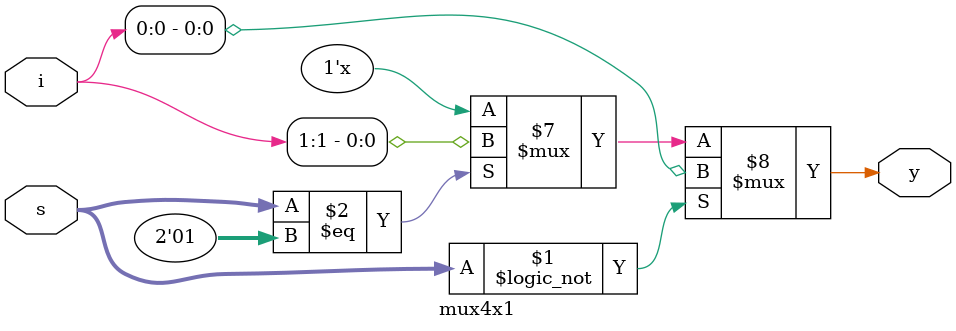
<source format=v>
module mux4x1 (y,i,s);
input [1:0]i;
input [1:0]s;
output y;
assign y=(s==2'b00)?i[0]:(s==2'b01)?i[1]:(s==2'b10)?i[2]:(s==2'b11)?i[3]:1'bx;
endmodule

</source>
